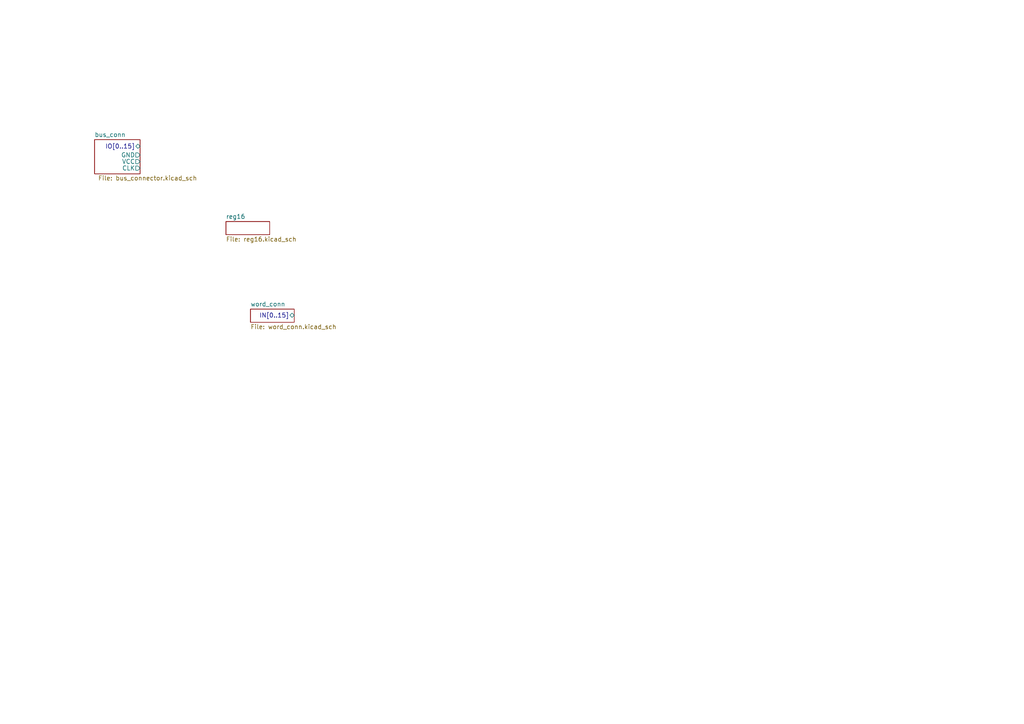
<source format=kicad_sch>
(kicad_sch
	(version 20231120)
	(generator "eeschema")
	(generator_version "8.0")
	(uuid "548f98b1-7186-4bd9-a5b8-8994bfd6cbab")
	(paper "A4")
	(lib_symbols)
	(sheet
		(at 65.532 64.262)
		(size 12.7 3.81)
		(fields_autoplaced yes)
		(stroke
			(width 0.1524)
			(type solid)
		)
		(fill
			(color 0 0 0 0.0000)
		)
		(uuid "035147bb-81b0-473e-94ea-b5f538301ea5")
		(property "Sheetname" "reg16"
			(at 65.532 63.5504 0)
			(effects
				(font
					(size 1.27 1.27)
				)
				(justify left bottom)
			)
		)
		(property "Sheetfile" "reg16.kicad_sch"
			(at 65.532 68.6566 0)
			(effects
				(font
					(size 1.27 1.27)
				)
				(justify left top)
			)
		)
		(instances
			(project "Memory"
				(path "/548f98b1-7186-4bd9-a5b8-8994bfd6cbab"
					(page "4")
				)
			)
		)
	)
	(sheet
		(at 72.644 89.662)
		(size 12.7 3.81)
		(fields_autoplaced yes)
		(stroke
			(width 0.1524)
			(type solid)
		)
		(fill
			(color 0 0 0 0.0000)
		)
		(uuid "185f2dce-6a6c-4288-963d-e1258a229cd8")
		(property "Sheetname" "word_conn"
			(at 72.644 88.9504 0)
			(effects
				(font
					(size 1.27 1.27)
				)
				(justify left bottom)
			)
		)
		(property "Sheetfile" "word_conn.kicad_sch"
			(at 72.644 94.0566 0)
			(effects
				(font
					(size 1.27 1.27)
				)
				(justify left top)
			)
		)
		(pin "IN[0..15]" tri_state
			(at 85.344 91.44 0)
			(effects
				(font
					(size 1.27 1.27)
				)
				(justify right)
			)
			(uuid "d04de123-4450-4d91-b4f8-b426a4a5ac39")
		)
		(instances
			(project "Memory"
				(path "/548f98b1-7186-4bd9-a5b8-8994bfd6cbab"
					(page "3")
				)
			)
		)
	)
	(sheet
		(at 27.432 40.513)
		(size 13.208 9.906)
		(stroke
			(width 0.1524)
			(type solid)
		)
		(fill
			(color 0 0 0 0.0000)
		)
		(uuid "8303729b-01db-40fb-b248-4329af9fcf70")
		(property "Sheetname" "bus_conn"
			(at 27.432 39.8014 0)
			(effects
				(font
					(size 1.27 1.27)
				)
				(justify left bottom)
			)
		)
		(property "Sheetfile" "bus_connector.kicad_sch"
			(at 28.448 50.927 0)
			(effects
				(font
					(size 1.27 1.27)
				)
				(justify left top)
			)
		)
		(pin "IO[0..15]" bidirectional
			(at 40.64 42.418 0)
			(effects
				(font
					(size 1.27 1.27)
				)
				(justify right)
			)
			(uuid "3a58f49e-faec-4dcb-bf16-88ed7dac3bab")
		)
		(pin "GND" output
			(at 40.64 44.958 0)
			(effects
				(font
					(size 1.27 1.27)
				)
				(justify right)
			)
			(uuid "9e5b4f26-92a3-4376-a727-42251d50ab2e")
		)
		(pin "VCC" output
			(at 40.64 46.863 0)
			(effects
				(font
					(size 1.27 1.27)
				)
				(justify right)
			)
			(uuid "8b20cda2-c6e2-44ab-b8b7-726248c6f29b")
		)
		(pin "CLK" output
			(at 40.64 48.768 0)
			(effects
				(font
					(size 1.27 1.27)
				)
				(justify right)
			)
			(uuid "ca0f3546-aa92-4094-a182-56bafc63f694")
		)
		(instances
			(project "Memory"
				(path "/548f98b1-7186-4bd9-a5b8-8994bfd6cbab"
					(page "2")
				)
			)
		)
	)
	(sheet_instances
		(path "/"
			(page "1")
		)
	)
)

</source>
